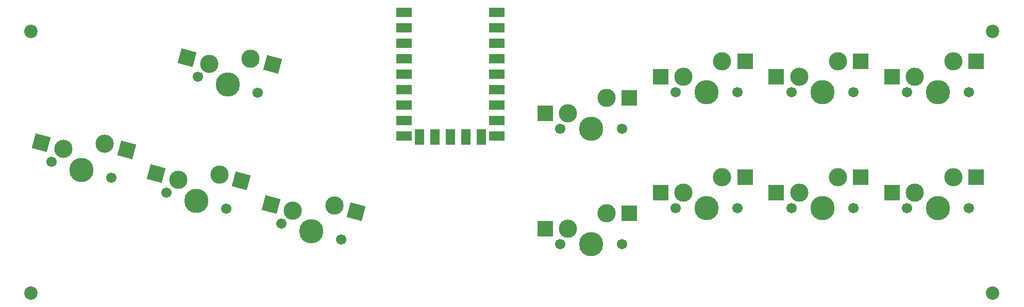
<source format=gbr>
%TF.GenerationSoftware,KiCad,Pcbnew,(6.0.1)*%
%TF.CreationDate,2023-06-02T16:05:18+02:00*%
%TF.ProjectId,cock,636f636b-2e6b-4696-9361-645f70636258,rev?*%
%TF.SameCoordinates,Original*%
%TF.FileFunction,Soldermask,Bot*%
%TF.FilePolarity,Negative*%
%FSLAX46Y46*%
G04 Gerber Fmt 4.6, Leading zero omitted, Abs format (unit mm)*
G04 Created by KiCad (PCBNEW (6.0.1)) date 2023-06-02 16:05:18*
%MOMM*%
%LPD*%
G01*
G04 APERTURE LIST*
G04 Aperture macros list*
%AMRotRect*
0 Rectangle, with rotation*
0 The origin of the aperture is its center*
0 $1 length*
0 $2 width*
0 $3 Rotation angle, in degrees counterclockwise*
0 Add horizontal line*
21,1,$1,$2,0,0,$3*%
G04 Aperture macros list end*
%ADD10C,3.000000*%
%ADD11C,1.701800*%
%ADD12C,3.987800*%
%ADD13RotRect,2.550000X2.500000X345.000000*%
%ADD14R,2.550000X2.500000*%
%ADD15C,2.200000*%
%ADD16R,2.600000X1.600000*%
%ADD17R,1.600000X2.600000*%
G04 APERTURE END LIST*
D10*
%TO.C,K3*%
X105818252Y-73640497D03*
D11*
X106956903Y-79204801D03*
D12*
X102050000Y-77890000D03*
D11*
X97143097Y-76575199D03*
D10*
X99027223Y-74450448D03*
D13*
X109440474Y-74611069D03*
X95405001Y-73479876D03*
%TD*%
D11*
%TO.C,K4*%
X69206903Y-69054801D03*
D10*
X61277223Y-64300448D03*
X68068252Y-63490497D03*
D12*
X64300000Y-67740000D03*
D11*
X59393097Y-66425199D03*
D13*
X71690474Y-64461069D03*
X57655001Y-63329876D03*
%TD*%
D11*
%TO.C,K2*%
X88076903Y-74134801D03*
X78263097Y-71505199D03*
D10*
X80147223Y-69380448D03*
D12*
X83170000Y-72820000D03*
D10*
X86938252Y-68570497D03*
D13*
X90560474Y-69541069D03*
X76525001Y-68409876D03*
%TD*%
D10*
%TO.C,K1*%
X85277223Y-50300448D03*
D12*
X88300000Y-53740000D03*
D10*
X92068252Y-49490497D03*
D11*
X83393097Y-52425199D03*
X93206903Y-55054801D03*
D13*
X95690474Y-50461069D03*
X81655001Y-49329876D03*
%TD*%
D10*
%TO.C,K5*%
X144190000Y-77460000D03*
D11*
X153080000Y-80000000D03*
X142920000Y-80000000D03*
D12*
X148000000Y-80000000D03*
D10*
X150540000Y-74920000D03*
D14*
X154290000Y-74920000D03*
X140440000Y-77460000D03*
%TD*%
D12*
%TO.C,K6*%
X167000000Y-74050000D03*
D11*
X172080000Y-74050000D03*
X161920000Y-74050000D03*
D10*
X169540000Y-68970000D03*
X163190000Y-71510000D03*
D14*
X173290000Y-68970000D03*
X159440000Y-71510000D03*
%TD*%
D10*
%TO.C,K7*%
X150540000Y-55920000D03*
D12*
X148000000Y-61000000D03*
D11*
X142920000Y-61000000D03*
X153080000Y-61000000D03*
D10*
X144190000Y-58460000D03*
D14*
X154290000Y-55920000D03*
X140440000Y-58460000D03*
%TD*%
D11*
%TO.C,K8*%
X161920000Y-55000000D03*
D12*
X167000000Y-55000000D03*
D10*
X169540000Y-49920000D03*
X163190000Y-52460000D03*
D11*
X172080000Y-55000000D03*
D14*
X173290000Y-49920000D03*
X159440000Y-52460000D03*
%TD*%
D10*
%TO.C,K9*%
X207540000Y-68970000D03*
D11*
X199920000Y-74050000D03*
D10*
X201190000Y-71510000D03*
D11*
X210080000Y-74050000D03*
D12*
X205000000Y-74050000D03*
D14*
X211290000Y-68970000D03*
X197440000Y-71510000D03*
%TD*%
D11*
%TO.C,K10*%
X199920000Y-55000000D03*
D10*
X201190000Y-52460000D03*
D11*
X210080000Y-55000000D03*
D12*
X205000000Y-55000000D03*
D10*
X207540000Y-49920000D03*
D14*
X211290000Y-49920000D03*
X197440000Y-52460000D03*
%TD*%
D11*
%TO.C,K11*%
X180920000Y-74050000D03*
D10*
X182190000Y-71510000D03*
X188540000Y-68970000D03*
D12*
X186000000Y-74050000D03*
D11*
X191080000Y-74050000D03*
D14*
X192290000Y-68970000D03*
X178440000Y-71510000D03*
%TD*%
D11*
%TO.C,K12*%
X180920000Y-55000000D03*
D12*
X186000000Y-55000000D03*
D11*
X191080000Y-55000000D03*
D10*
X188540000Y-49920000D03*
X182190000Y-52460000D03*
D14*
X192290000Y-49920000D03*
X178440000Y-52460000D03*
%TD*%
D15*
%TO.C,REF\u002A\u002A*%
X214000000Y-45000000D03*
%TD*%
%TO.C,REF\u002A\u002A*%
X56000000Y-45000000D03*
%TD*%
%TO.C,REF\u002A\u002A*%
X56000000Y-88000000D03*
%TD*%
%TO.C,REF\u002A\u002A*%
X214000000Y-88000000D03*
%TD*%
D16*
%TO.C,RZ1*%
X117238000Y-41844000D03*
X117238000Y-44384000D03*
X117238000Y-46924000D03*
X117238000Y-49464000D03*
X117238000Y-52004000D03*
X117238000Y-54544000D03*
X117238000Y-57084000D03*
X117238000Y-59624000D03*
X117238000Y-62164000D03*
D17*
X119778000Y-62374000D03*
X122318000Y-62374000D03*
X124858000Y-62374000D03*
X127398000Y-62374000D03*
X129938000Y-62374000D03*
D16*
X132478000Y-62164000D03*
X132478000Y-59624000D03*
X132478000Y-57084000D03*
X132478000Y-54544000D03*
X132478000Y-52004000D03*
X132478000Y-49464000D03*
X132478000Y-46924000D03*
X132478000Y-41844000D03*
X132478000Y-44384000D03*
%TD*%
M02*

</source>
